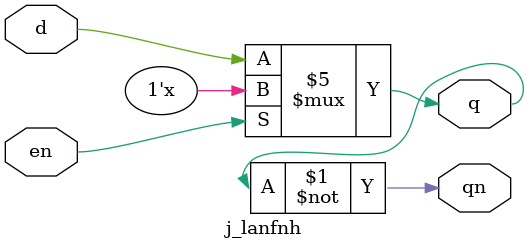
<source format=v>


module j_lanfnh (q, qn, d, en);
    input d, en;
    output q, qn;
    reg q;

    assign qn = ~q;

    always @ (d or en)
        if (!en)
            q = d;

endmodule


</source>
